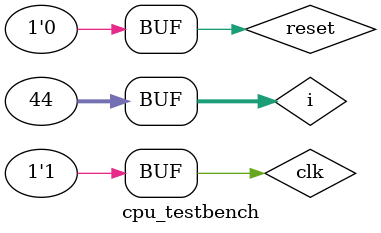
<source format=v>
`timescale 1ns / 1ps


module cpu_testbench();
    
    reg clk, reset;
    
    cpu_top_test  dut(
        .clk(clk), .reset(reset)
        );

    integer i;
    
    initial begin
    
    reset = 1; clk = 0; #10;
    
    reset = 0; #10;
    
        for (i = 1; i < 44; i = i + 1) begin
            clk = ~clk; #10;
        end
    
    end

endmodule

</source>
